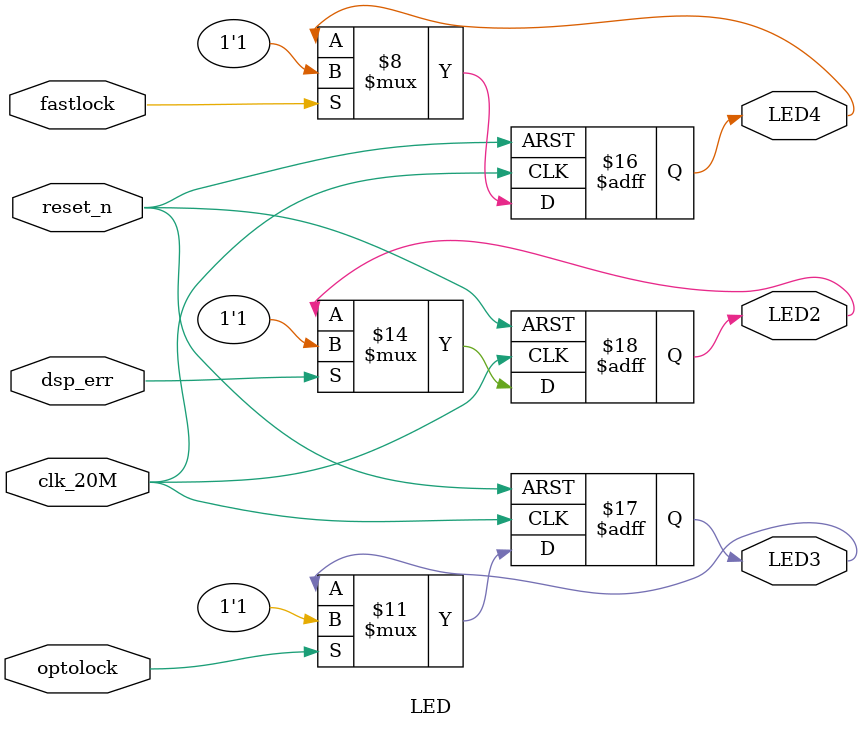
<source format=v>
`timescale 1ns / 1ps
module LED(clk_20M,reset_n,dsp_err,optolock,fastlock,LED2,LED3,LED4
    );
    input clk_20M,reset_n,dsp_err,optolock,fastlock;
	 output reg LED2,LED3,LED4;
	 
always @ (negedge reset_n or posedge clk_20M )
begin
    if(!reset_n) begin
	    LED2 <= 1'b0;
	 end
    else if(dsp_err)LED2 <= 1'b1;
	 else LED2 <= LED2;
end

always @ (negedge reset_n or posedge clk_20M )
begin
    if(!reset_n) begin
		 LED3 <= 1'b0;
	 end
    else if(optolock)LED3 <= 1'b1;
	 else LED3 <= LED3;
end
always @ (negedge reset_n or posedge clk_20M )
begin
    if(!reset_n) begin
		 LED4 <= 1'b0;
	 end
    else if(fastlock)LED4 <= 1'b1;
	 else LED4 <= LED4;
end

endmodule

</source>
